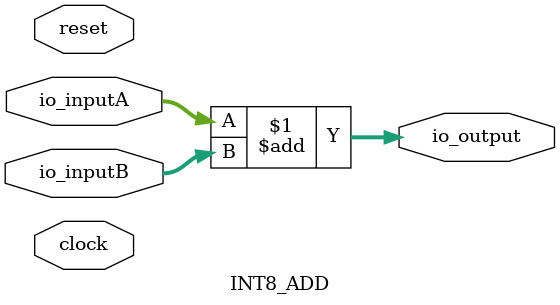
<source format=v>

module INT8_ADD(
  input        clock,
  input        reset,
  input  [7:0] io_inputA,
  input  [7:0] io_inputB,
  output [7:0] io_output
);
  assign io_output = $signed(io_inputA) + $signed(io_inputB); // @[INT8_ADD.scala 12:24]
endmodule

</source>
